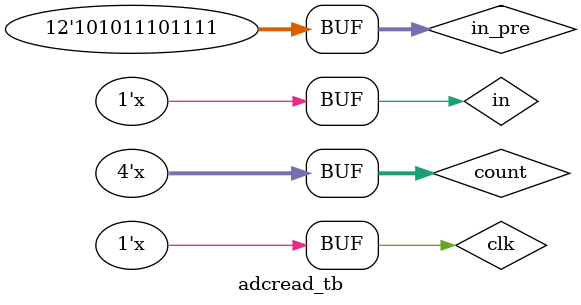
<source format=v>
module adcread_tb;

reg[0:11] in_pre;
reg[0:3] count;

reg clk;
reg in;

wire[0:11] out;
wire rdy;

read r0(
	.clk (clk),
	.in (in),
	.out (out),
	.rdy (rdy)
);

initial begin
	clk = 0;
	in = 0;
	//out = 0;
	//rdy = 0;
	
	in_pre = 12'b101011101111;
	count = 0;
end

always begin
	#5 clk = !clk;
	
	if (clk == 1) begin
		in = in_pre[count];
		count = count + 1;
	end
	
end

always @(posedge rdy) begin
	$monitor("total in = %12b, total out = %12b", in_pre, out);
end

endmodule
</source>
